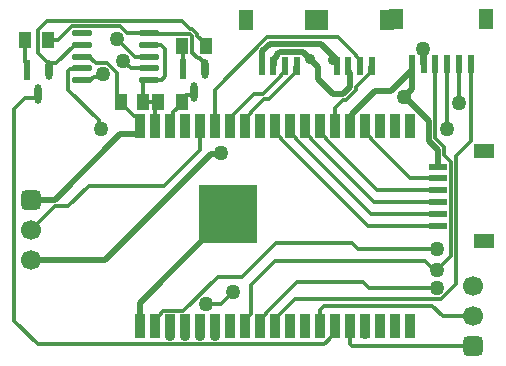
<source format=gbl>
G04*
G04 #@! TF.GenerationSoftware,Altium Limited,Altium Designer,24.6.1 (21)*
G04*
G04 Layer_Physical_Order=2*
G04 Layer_Color=16711680*
%FSLAX44Y44*%
%MOMM*%
G71*
G04*
G04 #@! TF.SameCoordinates,C8E3648B-F440-4E60-89DD-F72648EE24C4*
G04*
G04*
G04 #@! TF.FilePolarity,Positive*
G04*
G01*
G75*
%ADD20R,1.1000X1.3500*%
%ADD23R,1.1000X1.4500*%
%ADD29C,0.3000*%
%ADD30C,0.5000*%
%ADD31C,1.7000*%
G04:AMPARAMS|DCode=32|XSize=1.7mm|YSize=1.7mm|CornerRadius=0.425mm|HoleSize=0mm|Usage=FLASHONLY|Rotation=270.000|XOffset=0mm|YOffset=0mm|HoleType=Round|Shape=RoundedRectangle|*
%AMROUNDEDRECTD32*
21,1,1.7000,0.8500,0,0,270.0*
21,1,0.8500,1.7000,0,0,270.0*
1,1,0.8500,-0.4250,-0.4250*
1,1,0.8500,-0.4250,0.4250*
1,1,0.8500,0.4250,0.4250*
1,1,0.8500,0.4250,-0.4250*
%
%ADD32ROUNDEDRECTD32*%
%ADD33C,0.9000*%
%ADD34C,1.2700*%
%ADD35R,0.9000X2.0000*%
%ADD36R,5.0000X5.0000*%
G04:AMPARAMS|DCode=37|XSize=1.6571mm|YSize=0.6121mm|CornerRadius=0.3061mm|HoleSize=0mm|Usage=FLASHONLY|Rotation=270.000|XOffset=0mm|YOffset=0mm|HoleType=Round|Shape=RoundedRectangle|*
%AMROUNDEDRECTD37*
21,1,1.6571,0.0000,0,0,270.0*
21,1,1.0450,0.6121,0,0,270.0*
1,1,0.6121,0.0000,-0.5225*
1,1,0.6121,0.0000,0.5225*
1,1,0.6121,0.0000,0.5225*
1,1,0.6121,0.0000,-0.5225*
%
%ADD37ROUNDEDRECTD37*%
%ADD38R,0.6121X1.6571*%
%ADD39R,1.5500X0.6000*%
%ADD40R,1.8000X1.2000*%
%ADD41O,1.8000X0.5600*%
%ADD42R,1.2000X1.8000*%
%ADD43R,0.6000X1.5500*%
D20*
X102362Y228600D02*
D03*
X121158D02*
D03*
D23*
X133510D02*
D03*
X153510D02*
D03*
X153830Y275590D02*
D03*
X173830D02*
D03*
X20480Y280670D02*
D03*
X40480D02*
D03*
D29*
X57508Y139900D02*
X75088Y157480D01*
X26000Y120000D02*
X45900Y139900D01*
X75088Y157480D02*
X138430D01*
X45900Y139900D02*
X57508D01*
X168910Y187960D02*
Y208280D01*
X138430Y157480D02*
X168910Y187960D01*
X375970Y183083D02*
Y190268D01*
X368380Y197858D02*
X375970Y190268D01*
X368380Y197858D02*
Y259980D01*
X375970Y183083D02*
X381220Y177833D01*
X104140Y262890D02*
X110330Y256700D01*
X126290D01*
X107523Y286700D02*
X126290D01*
X101723Y292500D02*
X107523Y286700D01*
X114300Y266700D02*
X126290D01*
X99060Y281940D02*
X114300Y266700D01*
X60688Y292500D02*
X101723D01*
X48858Y280670D02*
X60688Y292500D01*
X153830Y275590D02*
X154330Y275090D01*
Y256385D02*
Y275090D01*
X126290Y286700D02*
X133194D01*
X134054Y285840D01*
X160573D01*
X168756Y265340D02*
X173330Y260766D01*
X167087Y265340D02*
X168756D01*
X162330Y270097D02*
X167087Y265340D01*
X173330Y256385D02*
Y260766D01*
X166830Y284340D02*
Y285947D01*
X154170Y297000D02*
X160830Y290340D01*
X162437D01*
X166830Y284340D02*
X173830Y277340D01*
X162330Y270097D02*
Y284083D01*
X160573Y285840D02*
X162330Y284083D01*
X162437Y290340D02*
X166830Y285947D01*
X163830Y235792D02*
Y236374D01*
X153510Y228600D02*
Y230350D01*
X157510Y234350D01*
X162388D01*
X163830Y235792D01*
X146510Y211280D02*
Y219850D01*
X143510Y208280D02*
X146510Y211280D01*
Y219850D02*
X153510Y226850D01*
Y228600D01*
X115110Y216780D02*
X118110Y213780D01*
X102362Y227350D02*
Y228600D01*
Y227350D02*
X112932Y216780D01*
X115110D01*
X118110Y208280D02*
Y213780D01*
X98362Y232600D02*
X102362Y228600D01*
X81200Y260990D02*
X90459D01*
X98362Y253087D01*
X75490Y266700D02*
X81200Y260990D01*
X69290Y266700D02*
X75490D01*
X98362Y232600D02*
Y253087D01*
X41372Y259650D02*
Y260495D01*
Y259650D02*
X42814Y261092D01*
X63090Y276700D02*
X69290D01*
X47482Y261092D02*
X63090Y276700D01*
X42814Y261092D02*
X47482D01*
X41372Y255270D02*
Y259650D01*
X173830Y275590D02*
Y277340D01*
X39817Y297000D02*
X154170D01*
X31980Y269887D02*
Y289163D01*
X39817Y297000D01*
X31980Y269887D02*
X41372Y260495D01*
X40480Y280670D02*
X48858D01*
X126290Y276700D02*
X126672Y276318D01*
X136432D01*
X139700Y273050D01*
Y250190D02*
Y273050D01*
X126788Y247197D02*
X136707D01*
X126290Y246700D02*
X126788Y247197D01*
X136707D02*
X139700Y250190D01*
X122359Y246700D02*
X126290D01*
X121158Y228600D02*
Y245499D01*
X122359Y246700D01*
X121158Y228600D02*
X133510D01*
X130810Y208280D02*
Y225900D01*
X133510Y228600D01*
X83234Y207596D02*
X85090Y205740D01*
X57290Y238620D02*
X83234Y212676D01*
Y207596D02*
Y212676D01*
X57290Y238620D02*
Y254662D01*
X69009Y256419D02*
X69290Y256700D01*
X59047Y256419D02*
X69009D01*
X57290Y254662D02*
X59047Y256419D01*
X69290Y246700D02*
X76194D01*
X79278Y249784D01*
X84731D01*
X86587Y251640D01*
X20714Y231534D02*
X30430D01*
X11430Y222250D02*
X20714Y231534D01*
X31872Y232976D02*
Y235259D01*
X30430Y231534D02*
X31872Y232976D01*
X20480Y262387D02*
X22372Y260495D01*
X20480Y262387D02*
Y280670D01*
X22372Y255270D02*
Y260495D01*
X181610Y208280D02*
Y238760D01*
X225710Y282860D02*
X285963D01*
X181610Y238760D02*
X225710Y282860D01*
X11430Y43180D02*
Y222250D01*
Y43180D02*
X31630Y22980D01*
X273953D01*
X278089Y27116D01*
Y27659D01*
X283210Y32780D01*
Y38280D01*
X186690Y57150D02*
X196850Y67310D01*
X173990Y57150D02*
X186690D01*
X204710Y80250D02*
X233680Y109220D01*
X137767Y51280D02*
X154897D01*
X183867Y80250D01*
X204710D01*
X233680Y109220D02*
X297773D01*
X388380Y227570D02*
X388620Y227330D01*
X388380Y227570D02*
Y259980D01*
X378420Y205780D02*
X378460Y205740D01*
X378380Y259980D02*
X378420Y259940D01*
Y205780D02*
Y259940D01*
X369570Y86360D02*
X381220Y98010D01*
Y177833D01*
X232410Y38280D02*
X235410Y41280D01*
Y47323D01*
X249857Y61770D01*
X373443D01*
X385911Y74239D02*
Y182524D01*
X398380Y194993D01*
Y259980D01*
X373443Y61770D02*
X385911Y74239D01*
X365751Y55880D02*
X374631Y47000D01*
X274320Y55880D02*
X365751D01*
X270510Y52070D02*
X274320Y55880D01*
X270510Y38280D02*
Y52070D01*
X302853Y104140D02*
X369570D01*
X297773Y109220D02*
X302853Y104140D01*
X232410Y93980D02*
X359724D01*
X367344Y86360D02*
X369570D01*
X359724Y93980D02*
X367344Y86360D01*
X311806Y71120D02*
X369570D01*
X306726Y76200D02*
X311806Y71120D01*
X251587Y76200D02*
X306726D01*
X212131Y73701D02*
X232410Y93980D01*
X135931Y49444D02*
X137767Y51280D01*
X135931Y48901D02*
Y49444D01*
X130810Y43780D02*
X135931Y48901D01*
X130810Y38280D02*
Y43780D01*
X219710Y38280D02*
Y43780D01*
X224831Y48901D01*
Y49444D01*
X251587Y76200D01*
X212131Y48901D02*
Y73701D01*
X207010Y43780D02*
X212131Y48901D01*
X207010Y38280D02*
Y43780D01*
X374631Y47000D02*
X400000D01*
X295910Y23357D02*
Y38280D01*
Y23357D02*
X297667Y21600D01*
X400000D01*
X285963Y282860D02*
X301084Y267739D01*
X304720Y259110D02*
Y263860D01*
X301084Y267496D02*
X304720Y263860D01*
X301084Y267496D02*
Y267739D01*
X214989Y235002D02*
X222105D01*
X197310Y217323D02*
X214989Y235002D01*
X289960Y229530D02*
X292312D01*
X283210Y222780D02*
X289960Y229530D01*
X292312D02*
X301550Y238768D01*
Y240947D02*
X313220Y252617D01*
X301550Y238768D02*
Y240947D01*
X249720Y257610D02*
X251220Y259110D01*
X249720Y252617D02*
Y257610D01*
X227605Y230502D02*
X249720Y252617D01*
X223189Y230502D02*
X227605D01*
X212210Y219523D02*
X223189Y230502D01*
X212210Y218980D02*
Y219523D01*
X207010Y213780D02*
X212210Y218980D01*
X207010Y208280D02*
Y213780D01*
X222105Y235002D02*
X237584Y250481D01*
X194310Y208280D02*
X197310Y211280D01*
Y217323D01*
X237584Y250481D02*
Y250724D01*
X241220Y254360D01*
Y259110D01*
X313220Y257610D02*
X314720Y259110D01*
X283210Y208280D02*
Y222780D01*
X313220Y252617D02*
Y257610D01*
X347257Y163590D02*
X370470D01*
X313731Y197116D02*
X347257Y163590D01*
X313731Y197116D02*
Y197659D01*
X308610Y202780D02*
X313731Y197659D01*
X308610Y202780D02*
Y208280D01*
X275631Y197116D02*
X319157Y153590D01*
X275631Y197116D02*
Y197659D01*
X319157Y153590D02*
X370470D01*
X270510Y202780D02*
X275631Y197659D01*
X270510Y202780D02*
Y208280D01*
X316457Y143590D02*
X370470D01*
X262931Y197116D02*
X316457Y143590D01*
X262931Y197116D02*
Y197659D01*
X257810Y202780D02*
X262931Y197659D01*
X257810Y202780D02*
Y208280D01*
X313757Y133590D02*
X370470D01*
X250231Y197116D02*
X313757Y133590D01*
X250231Y197116D02*
Y197659D01*
X245110Y202780D02*
X250231Y197659D01*
X245110Y202780D02*
Y208280D01*
X311057Y123590D02*
X370470D01*
X237531Y197116D02*
X311057Y123590D01*
X237531Y197116D02*
Y197659D01*
X232410Y202780D02*
Y208280D01*
Y202780D02*
X237531Y197659D01*
D30*
X26000Y145400D02*
X46298D01*
X116110Y200780D02*
X118110Y202780D01*
X46298Y145400D02*
X101678Y200780D01*
X116110D01*
X118110Y202780D02*
Y208280D01*
Y38280D02*
Y58280D01*
X193110Y133280D01*
X271220Y277360D02*
X284720Y263860D01*
X268701Y247855D02*
X281526Y235030D01*
X255877Y270860D02*
X268701Y258035D01*
Y247855D02*
Y258035D01*
X26000Y94600D02*
X88250D01*
X178087Y184437D01*
X185707D02*
X186690Y185420D01*
X178087Y184437D02*
X185707D01*
X358140Y273020D02*
X358260Y272900D01*
Y260100D02*
Y272900D01*
Y260100D02*
X358380Y259980D01*
X341630Y232410D02*
X348380Y239160D01*
X342900Y232247D02*
X362880Y212267D01*
X348380Y255230D02*
Y259980D01*
Y239160D02*
Y255230D01*
X370470Y173590D02*
Y187990D01*
X362880Y195580D02*
Y212267D01*
Y195580D02*
X370470Y187990D01*
X295910Y208280D02*
X297910Y210280D01*
Y217737D02*
X317507Y237333D01*
X330483D01*
X348380Y255230D01*
X297910Y210280D02*
Y217737D01*
X227988Y277360D02*
X271220D01*
X221220Y259110D02*
X221720Y259610D01*
Y271092D02*
X227988Y277360D01*
X221720Y259610D02*
Y271092D01*
X284720Y259110D02*
Y263860D01*
X231720Y259610D02*
Y264360D01*
X234220Y266860D01*
X231220Y259110D02*
X231720Y259610D01*
X236563Y270860D02*
X255877D01*
X234220Y268517D02*
X236563Y270860D01*
X234220Y266860D02*
Y268517D01*
X296050Y241046D02*
Y253030D01*
X290034Y235030D02*
X296050Y241046D01*
X281526Y235030D02*
X290034D01*
X294720Y254360D02*
Y259110D01*
Y254360D02*
X296050Y253030D01*
D31*
X26000Y94600D02*
D03*
Y120000D02*
D03*
X400000Y72400D02*
D03*
Y47000D02*
D03*
D32*
X26000Y145400D02*
D03*
X400000Y21600D02*
D03*
D33*
X281940Y264160D02*
D03*
X262289Y264448D02*
D03*
X219710Y203200D02*
D03*
X168910Y30480D02*
D03*
X156210D02*
D03*
X308610Y31750D02*
D03*
X181610Y30480D02*
D03*
X143510D02*
D03*
X130810Y201930D02*
D03*
D34*
X186690Y185420D02*
D03*
X358140Y273020D02*
D03*
X341630Y232410D02*
D03*
X104140Y262890D02*
D03*
X99060Y281940D02*
D03*
X86587Y251640D02*
D03*
X85090Y205740D02*
D03*
X196850Y67310D02*
D03*
X173990Y57150D02*
D03*
X388620Y227330D02*
D03*
X378460Y205740D02*
D03*
X369570Y104140D02*
D03*
Y86360D02*
D03*
Y71120D02*
D03*
D35*
X168910Y208280D02*
D03*
X143510D02*
D03*
X156210D02*
D03*
X207010D02*
D03*
X219710D02*
D03*
X181610D02*
D03*
X194310D02*
D03*
X130810D02*
D03*
X118110D02*
D03*
X283210D02*
D03*
X295910D02*
D03*
X334010D02*
D03*
X346710D02*
D03*
X308610D02*
D03*
X321310D02*
D03*
X245110D02*
D03*
X232410D02*
D03*
X270510D02*
D03*
X257810D02*
D03*
X207010Y38280D02*
D03*
X245110D02*
D03*
X257810D02*
D03*
X219710D02*
D03*
X232410D02*
D03*
X143510D02*
D03*
X118110D02*
D03*
X130810D02*
D03*
X181610D02*
D03*
X194310D02*
D03*
X156210D02*
D03*
X168910D02*
D03*
X334010D02*
D03*
X346710D02*
D03*
X308610D02*
D03*
X321310D02*
D03*
X270510D02*
D03*
X295910D02*
D03*
X283210D02*
D03*
D36*
X193110Y133280D02*
D03*
D37*
X163830Y236374D02*
D03*
X173330Y256385D02*
D03*
X31872Y235259D02*
D03*
X41372Y255270D02*
D03*
D38*
X154330Y256385D02*
D03*
X22372Y255270D02*
D03*
D39*
X370470Y173590D02*
D03*
Y163590D02*
D03*
Y153590D02*
D03*
Y143590D02*
D03*
Y133590D02*
D03*
Y123590D02*
D03*
D40*
X409220Y110590D02*
D03*
Y186590D02*
D03*
D41*
X69290Y246700D02*
D03*
Y256700D02*
D03*
Y266700D02*
D03*
Y276700D02*
D03*
Y286700D02*
D03*
X126290Y246700D02*
D03*
Y256700D02*
D03*
Y266700D02*
D03*
Y276700D02*
D03*
Y286700D02*
D03*
D42*
X271720Y297860D02*
D03*
X327660D02*
D03*
X208220D02*
D03*
X264160D02*
D03*
X411380Y298730D02*
D03*
X335380D02*
D03*
D43*
X314720Y259110D02*
D03*
X304720D02*
D03*
X294720D02*
D03*
X284720D02*
D03*
X251220D02*
D03*
X241220D02*
D03*
X231220D02*
D03*
X221220D02*
D03*
X348380Y259980D02*
D03*
X358380D02*
D03*
X368380D02*
D03*
X378380D02*
D03*
X388380D02*
D03*
X398380D02*
D03*
M02*

</source>
